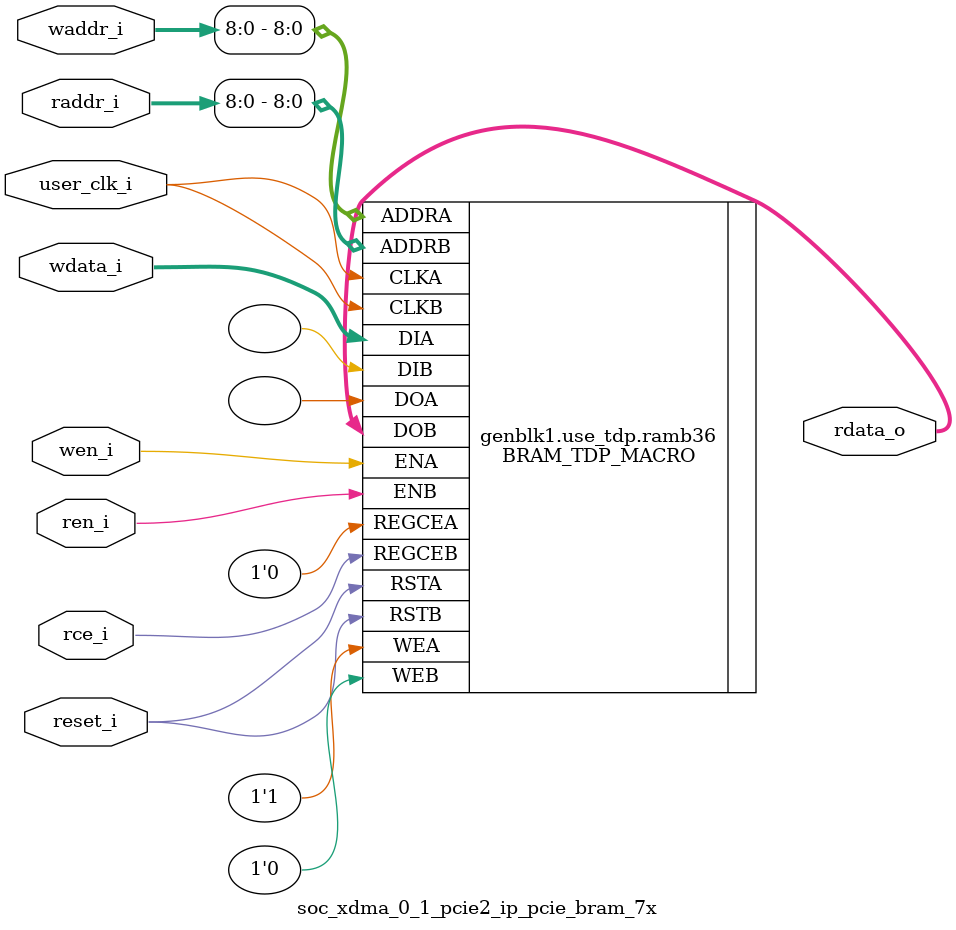
<source format=v>

`timescale 1ps/1ps

(* DowngradeIPIdentifiedWarnings = "yes" *)
module soc_xdma_0_1_pcie2_ip_pcie_bram_7x
  #(
    parameter [3:0]  LINK_CAP_MAX_LINK_SPEED = 4'h1,        // PCIe Link Speed : 1 - 2.5 GT/s; 2 - 5.0 GT/s
    parameter [5:0]  LINK_CAP_MAX_LINK_WIDTH = 6'h08,       // PCIe Link Width : 1 / 2 / 4 / 8
    parameter IMPL_TARGET = "HARD",                         // the implementation target : HARD, SOFT
    parameter DOB_REG = 0,                                  // 1 - use the output register;
                                                            // 0 - don't use the output register
    parameter WIDTH = 0                                     // supported WIDTH's : 4, 9, 18, 36 - uses RAMB36
                                                            //                     72 - uses RAMB36SDP
    )
    (
     input               user_clk_i,// user clock
     input               reset_i,   // bram reset

     input               wen_i,     // write enable
     input [12:0]        waddr_i,   // write address
     input [WIDTH - 1:0] wdata_i,   // write data

     input               ren_i,     // read enable
     input               rce_i,     // output register clock enable
     input [12:0]        raddr_i,   // read address

     output [WIDTH - 1:0] rdata_o   // read data
     );

   // map the address bits
   localparam ADDR_MSB = ((WIDTH == 4)  ? 12 :
                          (WIDTH == 9)  ? 11 :
                          (WIDTH == 18) ? 10 :
                          (WIDTH == 36) ?  9 :
                                           8
                          );

   // set the width of the tied off low address bits
   localparam ADDR_LO_BITS = ((WIDTH == 4)  ? 2 :
                              (WIDTH == 9)  ? 3 :
                              (WIDTH == 18) ? 4 :
                              (WIDTH == 36) ? 5 :
                                              0 // for WIDTH 72 use RAMB36SDP
                              );

   // map the data bits
   localparam D_MSB =  ((WIDTH == 4)  ?  3 :
                        (WIDTH == 9)  ?  7 :
                        (WIDTH == 18) ? 15 :
                        (WIDTH == 36) ? 31 :
                                        63
                        );

   // map the data parity bits
   localparam DP_LSB =  D_MSB + 1;

   localparam DP_MSB =  ((WIDTH == 4)  ? 4 :
                         (WIDTH == 9)  ? 8 :
                         (WIDTH == 18) ? 17 :
                         (WIDTH == 36) ? 35 :
                                         71
                        );

   localparam DPW = DP_MSB - DP_LSB + 1;
   localparam WRITE_MODE = ((WIDTH == 72) && (!((LINK_CAP_MAX_LINK_SPEED == 4'h2) && (LINK_CAP_MAX_LINK_WIDTH == 6'h08)))) ? "WRITE_FIRST" :
                           ((LINK_CAP_MAX_LINK_SPEED == 4'h2) && (LINK_CAP_MAX_LINK_WIDTH == 6'h08)) ? "WRITE_FIRST" : "NO_CHANGE";

   localparam DEVICE = (IMPL_TARGET == "HARD") ? "7SERIES" : "VIRTEX6";
   localparam BRAM_SIZE = "36Kb";

   localparam WE_WIDTH =(DEVICE == "VIRTEX5" || DEVICE == "VIRTEX6" || DEVICE == "7SERIES") ?
                            ((WIDTH <= 9) ? 1 :
                             (WIDTH > 9 && WIDTH <= 18) ? 2 :
                             (WIDTH > 18 && WIDTH <= 36) ? 4 :
                             (WIDTH > 36 && WIDTH <= 72) ? 8 :
                             (BRAM_SIZE == "18Kb") ? 4 : 8 ) : 8;

   //synthesis translate_off
   initial begin
      //$display("[%t] %m DOB_REG %0d WIDTH %0d ADDR_MSB %0d ADDR_LO_BITS %0d DP_MSB %0d DP_LSB %0d D_MSB %0d",
      //          $time, DOB_REG,   WIDTH,    ADDR_MSB,    ADDR_LO_BITS,    DP_MSB,    DP_LSB,    D_MSB);

      case (WIDTH)
        4,9,18,36,72:;
        default:
          begin
             $display("[%t] %m Error WIDTH %0d not supported", $time, WIDTH);
             $finish;
          end
      endcase // case (WIDTH)
   end
   //synthesis translate_on

   generate
   if ((LINK_CAP_MAX_LINK_WIDTH == 6'h08 && LINK_CAP_MAX_LINK_SPEED == 4'h2) || (WIDTH == 72)) begin : use_sdp
        BRAM_SDP_MACRO #(
               .DEVICE        (DEVICE),
               .BRAM_SIZE     (BRAM_SIZE),
               .DO_REG        (DOB_REG),
               .READ_WIDTH    (WIDTH),
               .WRITE_WIDTH   (WIDTH),
               .WRITE_MODE    (WRITE_MODE)
               )
        ramb36sdp(
               .DO             (rdata_o[WIDTH-1:0]),
               .DI             (wdata_i[WIDTH-1:0]),
               .RDADDR         (raddr_i[ADDR_MSB:0]),
               .RDCLK          (user_clk_i),
               .RDEN           (ren_i),
               .REGCE          (rce_i),
               .RST            (reset_i),
               .WE             ({WE_WIDTH{1'b1}}),
               .WRADDR         (waddr_i[ADDR_MSB:0]),
               .WRCLK          (user_clk_i),
               .WREN           (wen_i)
               );

    end  // block: use_sdp
    else if (WIDTH <= 36) begin : use_tdp
    // use RAMB36's if the width is 4, 9, 18, or 36
        BRAM_TDP_MACRO #(
               .DEVICE        (DEVICE),
               .BRAM_SIZE     (BRAM_SIZE),
               .DOA_REG       (0),
               .DOB_REG       (DOB_REG),
               .READ_WIDTH_A  (WIDTH),
               .READ_WIDTH_B  (WIDTH),
               .WRITE_WIDTH_A (WIDTH),
               .WRITE_WIDTH_B (WIDTH),
               .WRITE_MODE_A  (WRITE_MODE)
               )
        ramb36(
               .DOA            (),
               .DOB            (rdata_o[WIDTH-1:0]),
               .ADDRA          (waddr_i[ADDR_MSB:0]),
               .ADDRB          (raddr_i[ADDR_MSB:0]),
               .CLKA           (user_clk_i),
               .CLKB           (user_clk_i),
               .DIA            (wdata_i[WIDTH-1:0]),
               .DIB            ({WIDTH{1'b0}}),
               .ENA            (wen_i),
               .ENB            (ren_i),
               .REGCEA         (1'b0),
               .REGCEB         (rce_i),
               .RSTA           (reset_i),
               .RSTB           (reset_i),
               .WEA            ({WE_WIDTH{1'b1}}),
               .WEB            ({WE_WIDTH{1'b0}})
               );
   end // block: use_tdp
   endgenerate

endmodule // pcie_bram_7x


</source>
